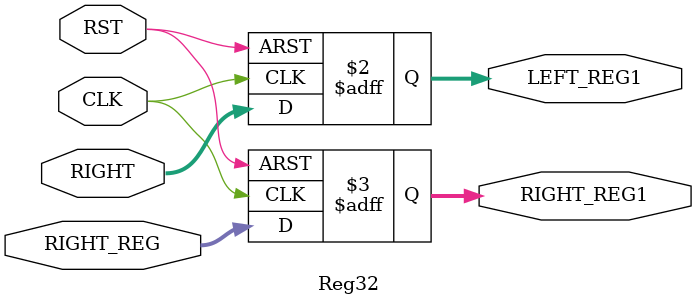
<source format=v>
`timescale 1ns / 1ps
module Reg32(CLK, RST, RIGHT, RIGHT_REG, LEFT_REG1, RIGHT_REG1);
input CLK;
input RST;
input [32 : 1]RIGHT;
input [32 : 1]RIGHT_REG;
output [32 : 1] LEFT_REG1;
output [32 : 1] RIGHT_REG1;
wire CLK;
wire RST;
reg [32 : 1] LEFT_REG1;
reg [32 : 1] RIGHT_REG1;
always @ (posedge CLK or posedge RST)
begin
if(RST)
begin
LEFT_REG1 <= 32'h00000000;
RIGHT_REG1 <= 32'h00000000;
end
else
begin
LEFT_REG1 <= RIGHT;
RIGHT_REG1 <= RIGHT_REG;
end
end
endmodule


</source>
